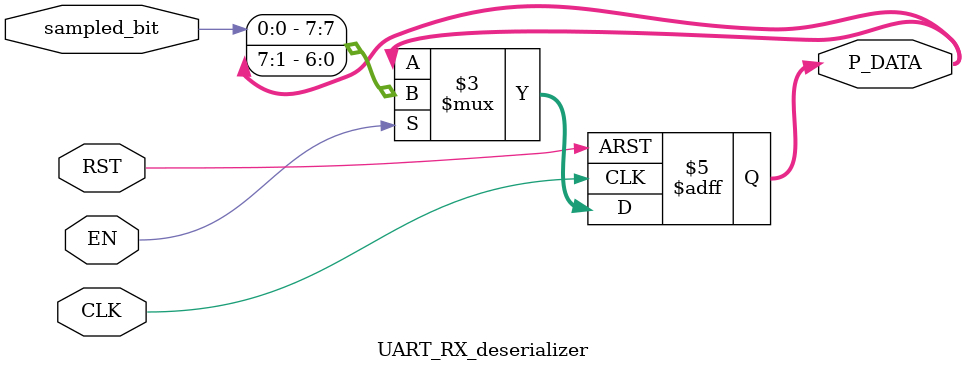
<source format=v>
module UART_RX_deserializer
#(parameter DSIZE = 8)
(
    input   wire                CLK, RST, EN,
    input   wire                sampled_bit,
    output  reg [DSIZE-1:0]     P_DATA
);

always @(posedge CLK or negedge RST)
begin
    if (!RST)
    begin
        P_DATA <= 8'b0;
    end
    else if (EN)
    begin
        P_DATA <= {sampled_bit, P_DATA[7:1]};
    end
end

endmodule
</source>
